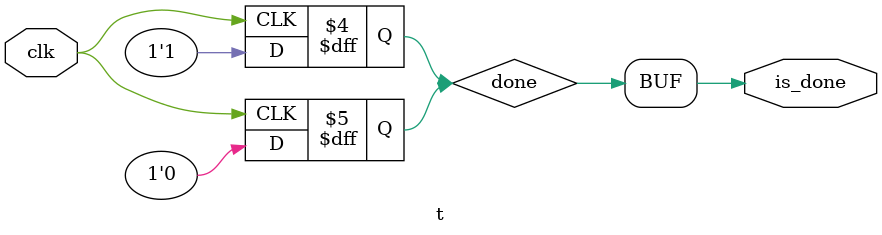
<source format=v>
`timescale 1ns / 1ps


module t(
input wire clk,
output wire is_done
    );

reg done=0;
assign is_done = done;

always @(posedge clk) begin
    done=0;
end

always @(negedge clk) begin
    done=1;
end
endmodule

</source>
